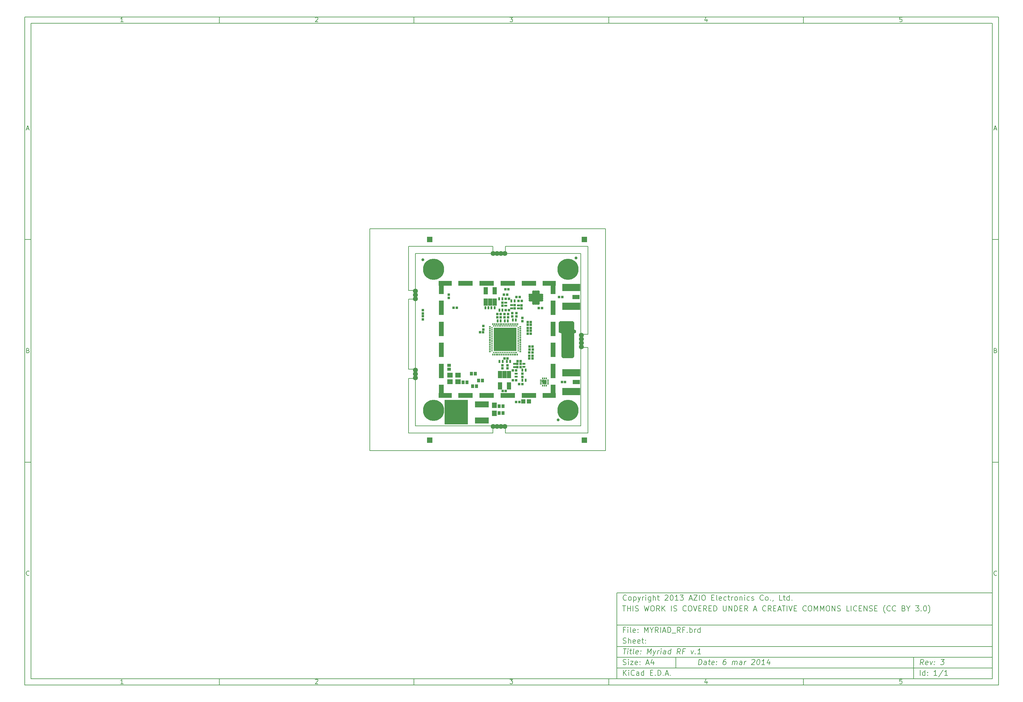
<source format=gts>
G04 (created by PCBNEW (2013-05-31 BZR 4019)-stable) date 06/03/2014 18:54:47*
%MOIN*%
G04 Gerber Fmt 3.4, Leading zero omitted, Abs format*
%FSLAX34Y34*%
G01*
G70*
G90*
G04 APERTURE LIST*
%ADD10C,0.00590551*%
%ADD11C,0.0077*%
%ADD12C,0.0357*%
%ADD13C,0.0395*%
%ADD14C,0.0554*%
%ADD15R,0.0592X0.0592*%
%ADD16R,0.055X0.0588*%
%ADD17R,0.0588X0.055*%
%ADD18R,0.0273X0.0253*%
%ADD19R,0.0253X0.0273*%
%ADD20R,0.0337X0.0218*%
%ADD21R,0.0218X0.0337*%
%ADD22R,0.0353X0.0392*%
%ADD23R,0.0392X0.0353*%
%ADD24R,0.0273X0.0273*%
%ADD25C,0.2365*%
%ADD26R,0.1571X0.0704*%
%ADD27R,0.2594X0.2752*%
%ADD28R,0.0514X0.0514*%
%ADD29R,0.2049X0.0789*%
%ADD30R,0.0789X0.0475*%
%ADD31R,0.0453X0.0803*%
%ADD32R,0.0823X0.0823*%
%ADD33O,0.0271X0.0489*%
%ADD34O,0.0276X0.0489*%
%ADD35O,0.0272X0.0489*%
%ADD36O,0.0489X0.0272*%
%ADD37R,0.0489X0.0272*%
%ADD38O,0.0489X0.0276*%
%ADD39R,0.0235X0.0393*%
%ADD40R,0.0155X0.0155*%
%ADD41R,0.0155X0.0215*%
%ADD42R,0.0215X0.0155*%
%ADD43R,0.0357X0.0409*%
%ADD44R,0.022X0.0314*%
%ADD45R,0.0476X0.0295*%
%ADD46R,0.0527X0.0295*%
%ADD47R,0.0554X0.0295*%
%ADD48R,0.0759X0.0295*%
%ADD49R,0.0219X0.0295*%
%ADD50R,0.0219X0.0283*%
%ADD51R,0.022X0.0295*%
%ADD52R,0.0219X0.0371*%
%ADD53R,0.0219X0.0542*%
%ADD54R,0.0219X0.0504*%
%ADD55R,0.0219X0.0294*%
%ADD56R,0.0219X0.0409*%
%ADD57R,0.0219X0.058*%
%ADD58R,0.0219X0.0675*%
%ADD59R,0.0219X0.0789*%
%ADD60R,0.0219X0.0846*%
%ADD61R,0.0219X0.0903*%
%ADD62R,0.0219X0.0979*%
%ADD63R,0.0219X0.0485*%
%ADD64R,0.0219X0.0447*%
%ADD65R,0.0219X0.0428*%
%ADD66R,0.0219X0.039*%
%ADD67R,0.0219X0.0333*%
%ADD68R,0.0219X0.0276*%
%ADD69R,0.0219X0.0238*%
%ADD70R,0.0219X0.0637*%
%ADD71R,0.0219X0.0751*%
%ADD72R,0.0219X0.0314*%
%ADD73R,0.0219X0.0257*%
%ADD74R,0.022X0.034*%
%ADD75R,0.0219X0.0535*%
%ADD76R,0.0219X0.0352*%
%ADD77R,0.0219X0.0561*%
%ADD78R,0.0219X0.0599*%
%ADD79R,0.0219X0.0523*%
%ADD80R,0.0219X0.0466*%
%ADD81R,0.0791X0.0295*%
%ADD82R,0.0357X0.0295*%
%ADD83R,0.022X0.058*%
%ADD84R,0.0219X0.0618*%
%ADD85R,0.0495X0.0295*%
%ADD86R,0.0417X0.0295*%
%ADD87R,0.0924X0.0295*%
%ADD88R,0.0219X0.3981*%
%ADD89R,0.0129921X0.0248031*%
%ADD90R,0.0248031X0.0129921*%
%ADD91R,0.0464567X0.0464567*%
%ADD92C,0.0314961*%
%ADD93R,0.1649X0.0546*%
%ADD94R,0.1453X0.0546*%
%ADD95R,0.0546X0.1453*%
%ADD96R,0.0546X0.1649*%
%ADD97C,0.0039*%
G04 APERTURE END LIST*
G54D10*
X4000Y-4000D02*
X112930Y-4000D01*
X112930Y-78680D01*
X4000Y-78680D01*
X4000Y-4000D01*
X4700Y-4700D02*
X112230Y-4700D01*
X112230Y-77980D01*
X4700Y-77980D01*
X4700Y-4700D01*
X25780Y-4000D02*
X25780Y-4700D01*
X15032Y-4552D02*
X14747Y-4552D01*
X14890Y-4552D02*
X14890Y-4052D01*
X14842Y-4123D01*
X14794Y-4171D01*
X14747Y-4195D01*
X25780Y-78680D02*
X25780Y-77980D01*
X15032Y-78532D02*
X14747Y-78532D01*
X14890Y-78532D02*
X14890Y-78032D01*
X14842Y-78103D01*
X14794Y-78151D01*
X14747Y-78175D01*
X47560Y-4000D02*
X47560Y-4700D01*
X36527Y-4100D02*
X36550Y-4076D01*
X36598Y-4052D01*
X36717Y-4052D01*
X36765Y-4076D01*
X36789Y-4100D01*
X36812Y-4147D01*
X36812Y-4195D01*
X36789Y-4266D01*
X36503Y-4552D01*
X36812Y-4552D01*
X47560Y-78680D02*
X47560Y-77980D01*
X36527Y-78080D02*
X36550Y-78056D01*
X36598Y-78032D01*
X36717Y-78032D01*
X36765Y-78056D01*
X36789Y-78080D01*
X36812Y-78127D01*
X36812Y-78175D01*
X36789Y-78246D01*
X36503Y-78532D01*
X36812Y-78532D01*
X69340Y-4000D02*
X69340Y-4700D01*
X58283Y-4052D02*
X58592Y-4052D01*
X58426Y-4242D01*
X58497Y-4242D01*
X58545Y-4266D01*
X58569Y-4290D01*
X58592Y-4338D01*
X58592Y-4457D01*
X58569Y-4504D01*
X58545Y-4528D01*
X58497Y-4552D01*
X58354Y-4552D01*
X58307Y-4528D01*
X58283Y-4504D01*
X69340Y-78680D02*
X69340Y-77980D01*
X58283Y-78032D02*
X58592Y-78032D01*
X58426Y-78222D01*
X58497Y-78222D01*
X58545Y-78246D01*
X58569Y-78270D01*
X58592Y-78318D01*
X58592Y-78437D01*
X58569Y-78484D01*
X58545Y-78508D01*
X58497Y-78532D01*
X58354Y-78532D01*
X58307Y-78508D01*
X58283Y-78484D01*
X91120Y-4000D02*
X91120Y-4700D01*
X80325Y-4219D02*
X80325Y-4552D01*
X80206Y-4028D02*
X80087Y-4385D01*
X80396Y-4385D01*
X91120Y-78680D02*
X91120Y-77980D01*
X80325Y-78199D02*
X80325Y-78532D01*
X80206Y-78008D02*
X80087Y-78365D01*
X80396Y-78365D01*
X102129Y-4052D02*
X101890Y-4052D01*
X101867Y-4290D01*
X101890Y-4266D01*
X101938Y-4242D01*
X102057Y-4242D01*
X102105Y-4266D01*
X102129Y-4290D01*
X102152Y-4338D01*
X102152Y-4457D01*
X102129Y-4504D01*
X102105Y-4528D01*
X102057Y-4552D01*
X101938Y-4552D01*
X101890Y-4528D01*
X101867Y-4504D01*
X102129Y-78032D02*
X101890Y-78032D01*
X101867Y-78270D01*
X101890Y-78246D01*
X101938Y-78222D01*
X102057Y-78222D01*
X102105Y-78246D01*
X102129Y-78270D01*
X102152Y-78318D01*
X102152Y-78437D01*
X102129Y-78484D01*
X102105Y-78508D01*
X102057Y-78532D01*
X101938Y-78532D01*
X101890Y-78508D01*
X101867Y-78484D01*
X4000Y-28890D02*
X4700Y-28890D01*
X4230Y-16509D02*
X4469Y-16509D01*
X4183Y-16652D02*
X4350Y-16152D01*
X4516Y-16652D01*
X112930Y-28890D02*
X112230Y-28890D01*
X112460Y-16509D02*
X112699Y-16509D01*
X112413Y-16652D02*
X112580Y-16152D01*
X112746Y-16652D01*
X4000Y-53780D02*
X4700Y-53780D01*
X4385Y-41280D02*
X4457Y-41304D01*
X4480Y-41328D01*
X4504Y-41375D01*
X4504Y-41447D01*
X4480Y-41494D01*
X4457Y-41518D01*
X4409Y-41542D01*
X4219Y-41542D01*
X4219Y-41042D01*
X4385Y-41042D01*
X4433Y-41066D01*
X4457Y-41090D01*
X4480Y-41137D01*
X4480Y-41185D01*
X4457Y-41232D01*
X4433Y-41256D01*
X4385Y-41280D01*
X4219Y-41280D01*
X112930Y-53780D02*
X112230Y-53780D01*
X112615Y-41280D02*
X112687Y-41304D01*
X112710Y-41328D01*
X112734Y-41375D01*
X112734Y-41447D01*
X112710Y-41494D01*
X112687Y-41518D01*
X112639Y-41542D01*
X112449Y-41542D01*
X112449Y-41042D01*
X112615Y-41042D01*
X112663Y-41066D01*
X112687Y-41090D01*
X112710Y-41137D01*
X112710Y-41185D01*
X112687Y-41232D01*
X112663Y-41256D01*
X112615Y-41280D01*
X112449Y-41280D01*
X4504Y-66384D02*
X4480Y-66408D01*
X4409Y-66432D01*
X4361Y-66432D01*
X4290Y-66408D01*
X4242Y-66360D01*
X4219Y-66313D01*
X4195Y-66218D01*
X4195Y-66146D01*
X4219Y-66051D01*
X4242Y-66003D01*
X4290Y-65956D01*
X4361Y-65932D01*
X4409Y-65932D01*
X4480Y-65956D01*
X4504Y-65980D01*
X112734Y-66384D02*
X112710Y-66408D01*
X112639Y-66432D01*
X112591Y-66432D01*
X112520Y-66408D01*
X112472Y-66360D01*
X112449Y-66313D01*
X112425Y-66218D01*
X112425Y-66146D01*
X112449Y-66051D01*
X112472Y-66003D01*
X112520Y-65956D01*
X112591Y-65932D01*
X112639Y-65932D01*
X112710Y-65956D01*
X112734Y-65980D01*
X79380Y-76422D02*
X79455Y-75822D01*
X79597Y-75822D01*
X79680Y-75851D01*
X79730Y-75908D01*
X79751Y-75965D01*
X79765Y-76080D01*
X79755Y-76165D01*
X79712Y-76280D01*
X79676Y-76337D01*
X79612Y-76394D01*
X79522Y-76422D01*
X79380Y-76422D01*
X80237Y-76422D02*
X80276Y-76108D01*
X80255Y-76051D01*
X80201Y-76022D01*
X80087Y-76022D01*
X80026Y-76051D01*
X80240Y-76394D02*
X80180Y-76422D01*
X80037Y-76422D01*
X79983Y-76394D01*
X79962Y-76337D01*
X79969Y-76280D01*
X80005Y-76222D01*
X80065Y-76194D01*
X80208Y-76194D01*
X80269Y-76165D01*
X80487Y-76022D02*
X80715Y-76022D01*
X80597Y-75822D02*
X80533Y-76337D01*
X80555Y-76394D01*
X80608Y-76422D01*
X80665Y-76422D01*
X81097Y-76394D02*
X81037Y-76422D01*
X80922Y-76422D01*
X80869Y-76394D01*
X80847Y-76337D01*
X80876Y-76108D01*
X80912Y-76051D01*
X80972Y-76022D01*
X81087Y-76022D01*
X81140Y-76051D01*
X81162Y-76108D01*
X81155Y-76165D01*
X80862Y-76222D01*
X81387Y-76365D02*
X81412Y-76394D01*
X81380Y-76422D01*
X81355Y-76394D01*
X81387Y-76365D01*
X81380Y-76422D01*
X81426Y-76051D02*
X81451Y-76080D01*
X81419Y-76108D01*
X81394Y-76080D01*
X81426Y-76051D01*
X81419Y-76108D01*
X82455Y-75822D02*
X82340Y-75822D01*
X82279Y-75851D01*
X82247Y-75880D01*
X82180Y-75965D01*
X82137Y-76080D01*
X82108Y-76308D01*
X82130Y-76365D01*
X82155Y-76394D01*
X82208Y-76422D01*
X82322Y-76422D01*
X82383Y-76394D01*
X82415Y-76365D01*
X82451Y-76308D01*
X82469Y-76165D01*
X82447Y-76108D01*
X82422Y-76080D01*
X82369Y-76051D01*
X82254Y-76051D01*
X82194Y-76080D01*
X82162Y-76108D01*
X82126Y-76165D01*
X83151Y-76422D02*
X83201Y-76022D01*
X83194Y-76080D02*
X83226Y-76051D01*
X83287Y-76022D01*
X83372Y-76022D01*
X83426Y-76051D01*
X83447Y-76108D01*
X83408Y-76422D01*
X83447Y-76108D02*
X83483Y-76051D01*
X83544Y-76022D01*
X83630Y-76022D01*
X83683Y-76051D01*
X83705Y-76108D01*
X83665Y-76422D01*
X84208Y-76422D02*
X84247Y-76108D01*
X84226Y-76051D01*
X84172Y-76022D01*
X84058Y-76022D01*
X83997Y-76051D01*
X84212Y-76394D02*
X84151Y-76422D01*
X84008Y-76422D01*
X83955Y-76394D01*
X83933Y-76337D01*
X83940Y-76280D01*
X83976Y-76222D01*
X84037Y-76194D01*
X84180Y-76194D01*
X84240Y-76165D01*
X84494Y-76422D02*
X84544Y-76022D01*
X84530Y-76137D02*
X84565Y-76080D01*
X84597Y-76051D01*
X84658Y-76022D01*
X84715Y-76022D01*
X85362Y-75880D02*
X85394Y-75851D01*
X85455Y-75822D01*
X85597Y-75822D01*
X85651Y-75851D01*
X85676Y-75880D01*
X85697Y-75937D01*
X85690Y-75994D01*
X85651Y-76080D01*
X85265Y-76422D01*
X85637Y-76422D01*
X86083Y-75822D02*
X86140Y-75822D01*
X86194Y-75851D01*
X86219Y-75880D01*
X86240Y-75937D01*
X86255Y-76051D01*
X86237Y-76194D01*
X86194Y-76308D01*
X86158Y-76365D01*
X86126Y-76394D01*
X86065Y-76422D01*
X86008Y-76422D01*
X85955Y-76394D01*
X85930Y-76365D01*
X85908Y-76308D01*
X85894Y-76194D01*
X85912Y-76051D01*
X85955Y-75937D01*
X85990Y-75880D01*
X86022Y-75851D01*
X86083Y-75822D01*
X86780Y-76422D02*
X86437Y-76422D01*
X86608Y-76422D02*
X86683Y-75822D01*
X86615Y-75908D01*
X86551Y-75965D01*
X86490Y-75994D01*
X87344Y-76022D02*
X87294Y-76422D01*
X87230Y-75794D02*
X87033Y-76222D01*
X87405Y-76222D01*
X70972Y-77622D02*
X70972Y-77022D01*
X71315Y-77622D02*
X71058Y-77280D01*
X71315Y-77022D02*
X70972Y-77365D01*
X71572Y-77622D02*
X71572Y-77222D01*
X71572Y-77022D02*
X71544Y-77051D01*
X71572Y-77080D01*
X71601Y-77051D01*
X71572Y-77022D01*
X71572Y-77080D01*
X72201Y-77565D02*
X72172Y-77594D01*
X72087Y-77622D01*
X72030Y-77622D01*
X71944Y-77594D01*
X71887Y-77537D01*
X71858Y-77480D01*
X71830Y-77365D01*
X71830Y-77280D01*
X71858Y-77165D01*
X71887Y-77108D01*
X71944Y-77051D01*
X72030Y-77022D01*
X72087Y-77022D01*
X72172Y-77051D01*
X72201Y-77080D01*
X72715Y-77622D02*
X72715Y-77308D01*
X72687Y-77251D01*
X72630Y-77222D01*
X72515Y-77222D01*
X72458Y-77251D01*
X72715Y-77594D02*
X72658Y-77622D01*
X72515Y-77622D01*
X72458Y-77594D01*
X72430Y-77537D01*
X72430Y-77480D01*
X72458Y-77422D01*
X72515Y-77394D01*
X72658Y-77394D01*
X72715Y-77365D01*
X73258Y-77622D02*
X73258Y-77022D01*
X73258Y-77594D02*
X73201Y-77622D01*
X73087Y-77622D01*
X73030Y-77594D01*
X73001Y-77565D01*
X72972Y-77508D01*
X72972Y-77337D01*
X73001Y-77280D01*
X73030Y-77251D01*
X73087Y-77222D01*
X73201Y-77222D01*
X73258Y-77251D01*
X74001Y-77308D02*
X74201Y-77308D01*
X74287Y-77622D02*
X74001Y-77622D01*
X74001Y-77022D01*
X74287Y-77022D01*
X74544Y-77565D02*
X74572Y-77594D01*
X74544Y-77622D01*
X74515Y-77594D01*
X74544Y-77565D01*
X74544Y-77622D01*
X74829Y-77622D02*
X74829Y-77022D01*
X74972Y-77022D01*
X75058Y-77051D01*
X75115Y-77108D01*
X75144Y-77165D01*
X75172Y-77280D01*
X75172Y-77365D01*
X75144Y-77480D01*
X75115Y-77537D01*
X75058Y-77594D01*
X74972Y-77622D01*
X74829Y-77622D01*
X75429Y-77565D02*
X75458Y-77594D01*
X75429Y-77622D01*
X75401Y-77594D01*
X75429Y-77565D01*
X75429Y-77622D01*
X75687Y-77451D02*
X75972Y-77451D01*
X75629Y-77622D02*
X75829Y-77022D01*
X76029Y-77622D01*
X76229Y-77565D02*
X76258Y-77594D01*
X76229Y-77622D01*
X76201Y-77594D01*
X76229Y-77565D01*
X76229Y-77622D01*
X104522Y-76422D02*
X104358Y-76137D01*
X104180Y-76422D02*
X104255Y-75822D01*
X104483Y-75822D01*
X104537Y-75851D01*
X104562Y-75880D01*
X104583Y-75937D01*
X104572Y-76022D01*
X104537Y-76080D01*
X104505Y-76108D01*
X104444Y-76137D01*
X104215Y-76137D01*
X105012Y-76394D02*
X104951Y-76422D01*
X104837Y-76422D01*
X104783Y-76394D01*
X104762Y-76337D01*
X104790Y-76108D01*
X104826Y-76051D01*
X104887Y-76022D01*
X105001Y-76022D01*
X105055Y-76051D01*
X105076Y-76108D01*
X105069Y-76165D01*
X104776Y-76222D01*
X105287Y-76022D02*
X105380Y-76422D01*
X105572Y-76022D01*
X105758Y-76365D02*
X105783Y-76394D01*
X105751Y-76422D01*
X105726Y-76394D01*
X105758Y-76365D01*
X105751Y-76422D01*
X105797Y-76051D02*
X105822Y-76080D01*
X105790Y-76108D01*
X105765Y-76080D01*
X105797Y-76051D01*
X105790Y-76108D01*
X106512Y-75822D02*
X106883Y-75822D01*
X106655Y-76051D01*
X106740Y-76051D01*
X106794Y-76080D01*
X106819Y-76108D01*
X106840Y-76165D01*
X106822Y-76308D01*
X106787Y-76365D01*
X106755Y-76394D01*
X106694Y-76422D01*
X106522Y-76422D01*
X106469Y-76394D01*
X106444Y-76365D01*
X70944Y-76394D02*
X71030Y-76422D01*
X71172Y-76422D01*
X71230Y-76394D01*
X71258Y-76365D01*
X71287Y-76308D01*
X71287Y-76251D01*
X71258Y-76194D01*
X71230Y-76165D01*
X71172Y-76137D01*
X71058Y-76108D01*
X71001Y-76080D01*
X70972Y-76051D01*
X70944Y-75994D01*
X70944Y-75937D01*
X70972Y-75880D01*
X71001Y-75851D01*
X71058Y-75822D01*
X71201Y-75822D01*
X71287Y-75851D01*
X71544Y-76422D02*
X71544Y-76022D01*
X71544Y-75822D02*
X71515Y-75851D01*
X71544Y-75880D01*
X71572Y-75851D01*
X71544Y-75822D01*
X71544Y-75880D01*
X71772Y-76022D02*
X72087Y-76022D01*
X71772Y-76422D01*
X72087Y-76422D01*
X72544Y-76394D02*
X72487Y-76422D01*
X72372Y-76422D01*
X72315Y-76394D01*
X72287Y-76337D01*
X72287Y-76108D01*
X72315Y-76051D01*
X72372Y-76022D01*
X72487Y-76022D01*
X72544Y-76051D01*
X72572Y-76108D01*
X72572Y-76165D01*
X72287Y-76222D01*
X72830Y-76365D02*
X72858Y-76394D01*
X72830Y-76422D01*
X72801Y-76394D01*
X72830Y-76365D01*
X72830Y-76422D01*
X72830Y-76051D02*
X72858Y-76080D01*
X72830Y-76108D01*
X72801Y-76080D01*
X72830Y-76051D01*
X72830Y-76108D01*
X73544Y-76251D02*
X73830Y-76251D01*
X73487Y-76422D02*
X73687Y-75822D01*
X73887Y-76422D01*
X74344Y-76022D02*
X74344Y-76422D01*
X74201Y-75794D02*
X74058Y-76222D01*
X74430Y-76222D01*
X104172Y-77622D02*
X104172Y-77022D01*
X104715Y-77622D02*
X104715Y-77022D01*
X104715Y-77594D02*
X104658Y-77622D01*
X104544Y-77622D01*
X104487Y-77594D01*
X104458Y-77565D01*
X104430Y-77508D01*
X104430Y-77337D01*
X104458Y-77280D01*
X104487Y-77251D01*
X104544Y-77222D01*
X104658Y-77222D01*
X104715Y-77251D01*
X105001Y-77565D02*
X105030Y-77594D01*
X105001Y-77622D01*
X104972Y-77594D01*
X105001Y-77565D01*
X105001Y-77622D01*
X105001Y-77251D02*
X105030Y-77280D01*
X105001Y-77308D01*
X104972Y-77280D01*
X105001Y-77251D01*
X105001Y-77308D01*
X106058Y-77622D02*
X105715Y-77622D01*
X105887Y-77622D02*
X105887Y-77022D01*
X105829Y-77108D01*
X105772Y-77165D01*
X105715Y-77194D01*
X106744Y-76994D02*
X106230Y-77765D01*
X107258Y-77622D02*
X106915Y-77622D01*
X107087Y-77622D02*
X107087Y-77022D01*
X107029Y-77108D01*
X106972Y-77165D01*
X106915Y-77194D01*
X70969Y-74622D02*
X71312Y-74622D01*
X71065Y-75222D02*
X71140Y-74622D01*
X71437Y-75222D02*
X71487Y-74822D01*
X71512Y-74622D02*
X71480Y-74651D01*
X71505Y-74680D01*
X71537Y-74651D01*
X71512Y-74622D01*
X71505Y-74680D01*
X71687Y-74822D02*
X71915Y-74822D01*
X71797Y-74622D02*
X71733Y-75137D01*
X71755Y-75194D01*
X71808Y-75222D01*
X71865Y-75222D01*
X72151Y-75222D02*
X72097Y-75194D01*
X72076Y-75137D01*
X72140Y-74622D01*
X72612Y-75194D02*
X72551Y-75222D01*
X72437Y-75222D01*
X72383Y-75194D01*
X72362Y-75137D01*
X72390Y-74908D01*
X72426Y-74851D01*
X72487Y-74822D01*
X72601Y-74822D01*
X72655Y-74851D01*
X72676Y-74908D01*
X72669Y-74965D01*
X72376Y-75022D01*
X72901Y-75165D02*
X72926Y-75194D01*
X72894Y-75222D01*
X72869Y-75194D01*
X72901Y-75165D01*
X72894Y-75222D01*
X72940Y-74851D02*
X72965Y-74880D01*
X72933Y-74908D01*
X72908Y-74880D01*
X72940Y-74851D01*
X72933Y-74908D01*
X73637Y-75222D02*
X73712Y-74622D01*
X73858Y-75051D01*
X74112Y-74622D01*
X74037Y-75222D01*
X74315Y-74822D02*
X74408Y-75222D01*
X74601Y-74822D02*
X74408Y-75222D01*
X74333Y-75365D01*
X74301Y-75394D01*
X74240Y-75422D01*
X74780Y-75222D02*
X74830Y-74822D01*
X74815Y-74937D02*
X74851Y-74880D01*
X74883Y-74851D01*
X74944Y-74822D01*
X75001Y-74822D01*
X75151Y-75222D02*
X75201Y-74822D01*
X75226Y-74622D02*
X75194Y-74651D01*
X75219Y-74680D01*
X75251Y-74651D01*
X75226Y-74622D01*
X75219Y-74680D01*
X75694Y-75222D02*
X75733Y-74908D01*
X75712Y-74851D01*
X75658Y-74822D01*
X75544Y-74822D01*
X75483Y-74851D01*
X75697Y-75194D02*
X75637Y-75222D01*
X75494Y-75222D01*
X75440Y-75194D01*
X75419Y-75137D01*
X75426Y-75080D01*
X75462Y-75022D01*
X75522Y-74994D01*
X75665Y-74994D01*
X75726Y-74965D01*
X76237Y-75222D02*
X76312Y-74622D01*
X76240Y-75194D02*
X76180Y-75222D01*
X76065Y-75222D01*
X76012Y-75194D01*
X75987Y-75165D01*
X75965Y-75108D01*
X75987Y-74937D01*
X76022Y-74880D01*
X76055Y-74851D01*
X76115Y-74822D01*
X76230Y-74822D01*
X76283Y-74851D01*
X77322Y-75222D02*
X77158Y-74937D01*
X76980Y-75222D02*
X77055Y-74622D01*
X77283Y-74622D01*
X77337Y-74651D01*
X77362Y-74680D01*
X77383Y-74737D01*
X77372Y-74822D01*
X77337Y-74880D01*
X77305Y-74908D01*
X77244Y-74937D01*
X77015Y-74937D01*
X77819Y-74908D02*
X77619Y-74908D01*
X77580Y-75222D02*
X77655Y-74622D01*
X77940Y-74622D01*
X78544Y-74822D02*
X78637Y-75222D01*
X78830Y-74822D01*
X79015Y-75165D02*
X79040Y-75194D01*
X79008Y-75222D01*
X78983Y-75194D01*
X79015Y-75165D01*
X79008Y-75222D01*
X79608Y-75222D02*
X79265Y-75222D01*
X79437Y-75222D02*
X79512Y-74622D01*
X79444Y-74708D01*
X79380Y-74765D01*
X79319Y-74794D01*
X71172Y-72508D02*
X70972Y-72508D01*
X70972Y-72822D02*
X70972Y-72222D01*
X71258Y-72222D01*
X71487Y-72822D02*
X71487Y-72422D01*
X71487Y-72222D02*
X71458Y-72251D01*
X71487Y-72280D01*
X71515Y-72251D01*
X71487Y-72222D01*
X71487Y-72280D01*
X71858Y-72822D02*
X71801Y-72794D01*
X71772Y-72737D01*
X71772Y-72222D01*
X72315Y-72794D02*
X72258Y-72822D01*
X72144Y-72822D01*
X72087Y-72794D01*
X72058Y-72737D01*
X72058Y-72508D01*
X72087Y-72451D01*
X72144Y-72422D01*
X72258Y-72422D01*
X72315Y-72451D01*
X72344Y-72508D01*
X72344Y-72565D01*
X72058Y-72622D01*
X72601Y-72765D02*
X72630Y-72794D01*
X72601Y-72822D01*
X72572Y-72794D01*
X72601Y-72765D01*
X72601Y-72822D01*
X72601Y-72451D02*
X72630Y-72480D01*
X72601Y-72508D01*
X72572Y-72480D01*
X72601Y-72451D01*
X72601Y-72508D01*
X73344Y-72822D02*
X73344Y-72222D01*
X73544Y-72651D01*
X73744Y-72222D01*
X73744Y-72822D01*
X74144Y-72537D02*
X74144Y-72822D01*
X73944Y-72222D02*
X74144Y-72537D01*
X74344Y-72222D01*
X74887Y-72822D02*
X74687Y-72537D01*
X74544Y-72822D02*
X74544Y-72222D01*
X74772Y-72222D01*
X74830Y-72251D01*
X74858Y-72280D01*
X74887Y-72337D01*
X74887Y-72422D01*
X74858Y-72480D01*
X74830Y-72508D01*
X74772Y-72537D01*
X74544Y-72537D01*
X75144Y-72822D02*
X75144Y-72222D01*
X75401Y-72651D02*
X75687Y-72651D01*
X75344Y-72822D02*
X75544Y-72222D01*
X75744Y-72822D01*
X75944Y-72822D02*
X75944Y-72222D01*
X76087Y-72222D01*
X76172Y-72251D01*
X76230Y-72308D01*
X76258Y-72365D01*
X76287Y-72480D01*
X76287Y-72565D01*
X76258Y-72680D01*
X76230Y-72737D01*
X76172Y-72794D01*
X76087Y-72822D01*
X75944Y-72822D01*
X76401Y-72880D02*
X76858Y-72880D01*
X77344Y-72822D02*
X77144Y-72537D01*
X77001Y-72822D02*
X77001Y-72222D01*
X77230Y-72222D01*
X77287Y-72251D01*
X77315Y-72280D01*
X77344Y-72337D01*
X77344Y-72422D01*
X77315Y-72480D01*
X77287Y-72508D01*
X77230Y-72537D01*
X77001Y-72537D01*
X77801Y-72508D02*
X77601Y-72508D01*
X77601Y-72822D02*
X77601Y-72222D01*
X77887Y-72222D01*
X78115Y-72765D02*
X78144Y-72794D01*
X78115Y-72822D01*
X78087Y-72794D01*
X78115Y-72765D01*
X78115Y-72822D01*
X78401Y-72822D02*
X78401Y-72222D01*
X78401Y-72451D02*
X78458Y-72422D01*
X78572Y-72422D01*
X78630Y-72451D01*
X78658Y-72480D01*
X78687Y-72537D01*
X78687Y-72708D01*
X78658Y-72765D01*
X78630Y-72794D01*
X78572Y-72822D01*
X78458Y-72822D01*
X78401Y-72794D01*
X78944Y-72822D02*
X78944Y-72422D01*
X78944Y-72537D02*
X78972Y-72480D01*
X79001Y-72451D01*
X79058Y-72422D01*
X79115Y-72422D01*
X79572Y-72822D02*
X79572Y-72222D01*
X79572Y-72794D02*
X79515Y-72822D01*
X79401Y-72822D01*
X79344Y-72794D01*
X79315Y-72765D01*
X79287Y-72708D01*
X79287Y-72537D01*
X79315Y-72480D01*
X79344Y-72451D01*
X79401Y-72422D01*
X79515Y-72422D01*
X79572Y-72451D01*
X70944Y-73994D02*
X71030Y-74022D01*
X71172Y-74022D01*
X71230Y-73994D01*
X71258Y-73965D01*
X71287Y-73908D01*
X71287Y-73851D01*
X71258Y-73794D01*
X71230Y-73765D01*
X71172Y-73737D01*
X71058Y-73708D01*
X71001Y-73680D01*
X70972Y-73651D01*
X70944Y-73594D01*
X70944Y-73537D01*
X70972Y-73480D01*
X71001Y-73451D01*
X71058Y-73422D01*
X71201Y-73422D01*
X71287Y-73451D01*
X71544Y-74022D02*
X71544Y-73422D01*
X71801Y-74022D02*
X71801Y-73708D01*
X71772Y-73651D01*
X71715Y-73622D01*
X71630Y-73622D01*
X71572Y-73651D01*
X71544Y-73680D01*
X72315Y-73994D02*
X72258Y-74022D01*
X72144Y-74022D01*
X72087Y-73994D01*
X72058Y-73937D01*
X72058Y-73708D01*
X72087Y-73651D01*
X72144Y-73622D01*
X72258Y-73622D01*
X72315Y-73651D01*
X72344Y-73708D01*
X72344Y-73765D01*
X72058Y-73822D01*
X72830Y-73994D02*
X72772Y-74022D01*
X72658Y-74022D01*
X72601Y-73994D01*
X72572Y-73937D01*
X72572Y-73708D01*
X72601Y-73651D01*
X72658Y-73622D01*
X72772Y-73622D01*
X72830Y-73651D01*
X72858Y-73708D01*
X72858Y-73765D01*
X72572Y-73822D01*
X73030Y-73622D02*
X73258Y-73622D01*
X73115Y-73422D02*
X73115Y-73937D01*
X73144Y-73994D01*
X73201Y-74022D01*
X73258Y-74022D01*
X73458Y-73965D02*
X73487Y-73994D01*
X73458Y-74022D01*
X73430Y-73994D01*
X73458Y-73965D01*
X73458Y-74022D01*
X73458Y-73651D02*
X73487Y-73680D01*
X73458Y-73708D01*
X73430Y-73680D01*
X73458Y-73651D01*
X73458Y-73708D01*
X70887Y-69822D02*
X71230Y-69822D01*
X71058Y-70422D02*
X71058Y-69822D01*
X71430Y-70422D02*
X71430Y-69822D01*
X71430Y-70108D02*
X71772Y-70108D01*
X71772Y-70422D02*
X71772Y-69822D01*
X72058Y-70422D02*
X72058Y-69822D01*
X72315Y-70394D02*
X72401Y-70422D01*
X72544Y-70422D01*
X72601Y-70394D01*
X72629Y-70365D01*
X72658Y-70308D01*
X72658Y-70251D01*
X72629Y-70194D01*
X72601Y-70165D01*
X72544Y-70137D01*
X72429Y-70108D01*
X72372Y-70080D01*
X72344Y-70051D01*
X72315Y-69994D01*
X72315Y-69937D01*
X72344Y-69880D01*
X72372Y-69851D01*
X72429Y-69822D01*
X72572Y-69822D01*
X72658Y-69851D01*
X73315Y-69822D02*
X73458Y-70422D01*
X73572Y-69994D01*
X73687Y-70422D01*
X73830Y-69822D01*
X74172Y-69822D02*
X74287Y-69822D01*
X74344Y-69851D01*
X74401Y-69908D01*
X74430Y-70022D01*
X74430Y-70222D01*
X74401Y-70337D01*
X74344Y-70394D01*
X74287Y-70422D01*
X74172Y-70422D01*
X74115Y-70394D01*
X74058Y-70337D01*
X74030Y-70222D01*
X74030Y-70022D01*
X74058Y-69908D01*
X74115Y-69851D01*
X74172Y-69822D01*
X75029Y-70422D02*
X74829Y-70137D01*
X74687Y-70422D02*
X74687Y-69822D01*
X74915Y-69822D01*
X74972Y-69851D01*
X75001Y-69880D01*
X75029Y-69937D01*
X75029Y-70022D01*
X75001Y-70080D01*
X74972Y-70108D01*
X74915Y-70137D01*
X74687Y-70137D01*
X75287Y-70422D02*
X75287Y-69822D01*
X75629Y-70422D02*
X75372Y-70080D01*
X75629Y-69822D02*
X75287Y-70165D01*
X76344Y-70422D02*
X76344Y-69822D01*
X76601Y-70394D02*
X76687Y-70422D01*
X76829Y-70422D01*
X76887Y-70394D01*
X76915Y-70365D01*
X76944Y-70308D01*
X76944Y-70251D01*
X76915Y-70194D01*
X76887Y-70165D01*
X76829Y-70137D01*
X76715Y-70108D01*
X76658Y-70080D01*
X76629Y-70051D01*
X76601Y-69994D01*
X76601Y-69937D01*
X76629Y-69880D01*
X76658Y-69851D01*
X76715Y-69822D01*
X76858Y-69822D01*
X76944Y-69851D01*
X78001Y-70365D02*
X77972Y-70394D01*
X77887Y-70422D01*
X77830Y-70422D01*
X77744Y-70394D01*
X77687Y-70337D01*
X77658Y-70280D01*
X77630Y-70165D01*
X77630Y-70080D01*
X77658Y-69965D01*
X77687Y-69908D01*
X77744Y-69851D01*
X77830Y-69822D01*
X77887Y-69822D01*
X77972Y-69851D01*
X78001Y-69880D01*
X78372Y-69822D02*
X78487Y-69822D01*
X78544Y-69851D01*
X78601Y-69908D01*
X78630Y-70022D01*
X78630Y-70222D01*
X78601Y-70337D01*
X78544Y-70394D01*
X78487Y-70422D01*
X78372Y-70422D01*
X78315Y-70394D01*
X78258Y-70337D01*
X78230Y-70222D01*
X78230Y-70022D01*
X78258Y-69908D01*
X78315Y-69851D01*
X78372Y-69822D01*
X78801Y-69822D02*
X79001Y-70422D01*
X79201Y-69822D01*
X79401Y-70108D02*
X79601Y-70108D01*
X79687Y-70422D02*
X79401Y-70422D01*
X79401Y-69822D01*
X79687Y-69822D01*
X80287Y-70422D02*
X80087Y-70137D01*
X79944Y-70422D02*
X79944Y-69822D01*
X80172Y-69822D01*
X80229Y-69851D01*
X80258Y-69880D01*
X80287Y-69937D01*
X80287Y-70022D01*
X80258Y-70080D01*
X80229Y-70108D01*
X80172Y-70137D01*
X79944Y-70137D01*
X80544Y-70108D02*
X80744Y-70108D01*
X80829Y-70422D02*
X80544Y-70422D01*
X80544Y-69822D01*
X80829Y-69822D01*
X81087Y-70422D02*
X81087Y-69822D01*
X81229Y-69822D01*
X81315Y-69851D01*
X81372Y-69908D01*
X81401Y-69965D01*
X81429Y-70080D01*
X81429Y-70165D01*
X81401Y-70280D01*
X81372Y-70337D01*
X81315Y-70394D01*
X81229Y-70422D01*
X81087Y-70422D01*
X82144Y-69822D02*
X82144Y-70308D01*
X82172Y-70365D01*
X82201Y-70394D01*
X82258Y-70422D01*
X82372Y-70422D01*
X82429Y-70394D01*
X82458Y-70365D01*
X82487Y-70308D01*
X82487Y-69822D01*
X82772Y-70422D02*
X82772Y-69822D01*
X83115Y-70422D01*
X83115Y-69822D01*
X83401Y-70422D02*
X83401Y-69822D01*
X83544Y-69822D01*
X83629Y-69851D01*
X83687Y-69908D01*
X83715Y-69965D01*
X83744Y-70080D01*
X83744Y-70165D01*
X83715Y-70280D01*
X83687Y-70337D01*
X83629Y-70394D01*
X83544Y-70422D01*
X83401Y-70422D01*
X84001Y-70108D02*
X84201Y-70108D01*
X84287Y-70422D02*
X84001Y-70422D01*
X84001Y-69822D01*
X84287Y-69822D01*
X84887Y-70422D02*
X84687Y-70137D01*
X84544Y-70422D02*
X84544Y-69822D01*
X84772Y-69822D01*
X84829Y-69851D01*
X84858Y-69880D01*
X84887Y-69937D01*
X84887Y-70022D01*
X84858Y-70080D01*
X84829Y-70108D01*
X84772Y-70137D01*
X84544Y-70137D01*
X85572Y-70251D02*
X85858Y-70251D01*
X85515Y-70422D02*
X85715Y-69822D01*
X85915Y-70422D01*
X86915Y-70365D02*
X86887Y-70394D01*
X86801Y-70422D01*
X86744Y-70422D01*
X86658Y-70394D01*
X86601Y-70337D01*
X86572Y-70280D01*
X86544Y-70165D01*
X86544Y-70080D01*
X86572Y-69965D01*
X86601Y-69908D01*
X86658Y-69851D01*
X86744Y-69822D01*
X86801Y-69822D01*
X86887Y-69851D01*
X86915Y-69880D01*
X87515Y-70422D02*
X87315Y-70137D01*
X87172Y-70422D02*
X87172Y-69822D01*
X87401Y-69822D01*
X87458Y-69851D01*
X87487Y-69880D01*
X87515Y-69937D01*
X87515Y-70022D01*
X87487Y-70080D01*
X87458Y-70108D01*
X87401Y-70137D01*
X87172Y-70137D01*
X87772Y-70108D02*
X87972Y-70108D01*
X88058Y-70422D02*
X87772Y-70422D01*
X87772Y-69822D01*
X88058Y-69822D01*
X88287Y-70251D02*
X88572Y-70251D01*
X88229Y-70422D02*
X88429Y-69822D01*
X88629Y-70422D01*
X88744Y-69822D02*
X89087Y-69822D01*
X88915Y-70422D02*
X88915Y-69822D01*
X89287Y-70422D02*
X89287Y-69822D01*
X89487Y-69822D02*
X89687Y-70422D01*
X89887Y-69822D01*
X90087Y-70108D02*
X90287Y-70108D01*
X90372Y-70422D02*
X90087Y-70422D01*
X90087Y-69822D01*
X90372Y-69822D01*
X91429Y-70365D02*
X91401Y-70394D01*
X91315Y-70422D01*
X91258Y-70422D01*
X91172Y-70394D01*
X91115Y-70337D01*
X91087Y-70280D01*
X91058Y-70165D01*
X91058Y-70080D01*
X91087Y-69965D01*
X91115Y-69908D01*
X91172Y-69851D01*
X91258Y-69822D01*
X91315Y-69822D01*
X91401Y-69851D01*
X91429Y-69880D01*
X91801Y-69822D02*
X91915Y-69822D01*
X91972Y-69851D01*
X92029Y-69908D01*
X92058Y-70022D01*
X92058Y-70222D01*
X92029Y-70337D01*
X91972Y-70394D01*
X91915Y-70422D01*
X91801Y-70422D01*
X91744Y-70394D01*
X91687Y-70337D01*
X91658Y-70222D01*
X91658Y-70022D01*
X91687Y-69908D01*
X91744Y-69851D01*
X91801Y-69822D01*
X92315Y-70422D02*
X92315Y-69822D01*
X92515Y-70251D01*
X92715Y-69822D01*
X92715Y-70422D01*
X93001Y-70422D02*
X93001Y-69822D01*
X93201Y-70251D01*
X93401Y-69822D01*
X93401Y-70422D01*
X93801Y-69822D02*
X93915Y-69822D01*
X93972Y-69851D01*
X94029Y-69908D01*
X94058Y-70022D01*
X94058Y-70222D01*
X94029Y-70337D01*
X93972Y-70394D01*
X93915Y-70422D01*
X93801Y-70422D01*
X93744Y-70394D01*
X93687Y-70337D01*
X93658Y-70222D01*
X93658Y-70022D01*
X93687Y-69908D01*
X93744Y-69851D01*
X93801Y-69822D01*
X94315Y-70422D02*
X94315Y-69822D01*
X94658Y-70422D01*
X94658Y-69822D01*
X94915Y-70394D02*
X95001Y-70422D01*
X95144Y-70422D01*
X95201Y-70394D01*
X95229Y-70365D01*
X95258Y-70308D01*
X95258Y-70251D01*
X95229Y-70194D01*
X95201Y-70165D01*
X95144Y-70137D01*
X95029Y-70108D01*
X94972Y-70080D01*
X94944Y-70051D01*
X94915Y-69994D01*
X94915Y-69937D01*
X94944Y-69880D01*
X94972Y-69851D01*
X95029Y-69822D01*
X95172Y-69822D01*
X95258Y-69851D01*
X96258Y-70422D02*
X95972Y-70422D01*
X95972Y-69822D01*
X96458Y-70422D02*
X96458Y-69822D01*
X97087Y-70365D02*
X97058Y-70394D01*
X96972Y-70422D01*
X96915Y-70422D01*
X96829Y-70394D01*
X96772Y-70337D01*
X96744Y-70280D01*
X96715Y-70165D01*
X96715Y-70080D01*
X96744Y-69965D01*
X96772Y-69908D01*
X96829Y-69851D01*
X96915Y-69822D01*
X96972Y-69822D01*
X97058Y-69851D01*
X97087Y-69880D01*
X97344Y-70108D02*
X97544Y-70108D01*
X97629Y-70422D02*
X97344Y-70422D01*
X97344Y-69822D01*
X97629Y-69822D01*
X97887Y-70422D02*
X97887Y-69822D01*
X98229Y-70422D01*
X98229Y-69822D01*
X98487Y-70394D02*
X98572Y-70422D01*
X98715Y-70422D01*
X98772Y-70394D01*
X98801Y-70365D01*
X98829Y-70308D01*
X98829Y-70251D01*
X98801Y-70194D01*
X98772Y-70165D01*
X98715Y-70137D01*
X98601Y-70108D01*
X98544Y-70080D01*
X98515Y-70051D01*
X98487Y-69994D01*
X98487Y-69937D01*
X98515Y-69880D01*
X98544Y-69851D01*
X98601Y-69822D01*
X98744Y-69822D01*
X98829Y-69851D01*
X99087Y-70108D02*
X99287Y-70108D01*
X99372Y-70422D02*
X99087Y-70422D01*
X99087Y-69822D01*
X99372Y-69822D01*
X100258Y-70651D02*
X100229Y-70622D01*
X100172Y-70537D01*
X100144Y-70480D01*
X100115Y-70394D01*
X100087Y-70251D01*
X100087Y-70137D01*
X100115Y-69994D01*
X100144Y-69908D01*
X100172Y-69851D01*
X100229Y-69765D01*
X100258Y-69737D01*
X100829Y-70365D02*
X100801Y-70394D01*
X100715Y-70422D01*
X100658Y-70422D01*
X100572Y-70394D01*
X100515Y-70337D01*
X100487Y-70280D01*
X100458Y-70165D01*
X100458Y-70080D01*
X100487Y-69965D01*
X100515Y-69908D01*
X100572Y-69851D01*
X100658Y-69822D01*
X100715Y-69822D01*
X100801Y-69851D01*
X100829Y-69880D01*
X101429Y-70365D02*
X101401Y-70394D01*
X101315Y-70422D01*
X101258Y-70422D01*
X101172Y-70394D01*
X101115Y-70337D01*
X101087Y-70280D01*
X101058Y-70165D01*
X101058Y-70080D01*
X101087Y-69965D01*
X101115Y-69908D01*
X101172Y-69851D01*
X101258Y-69822D01*
X101315Y-69822D01*
X101401Y-69851D01*
X101429Y-69880D01*
X102344Y-70108D02*
X102429Y-70137D01*
X102458Y-70165D01*
X102487Y-70222D01*
X102487Y-70308D01*
X102458Y-70365D01*
X102429Y-70394D01*
X102372Y-70422D01*
X102144Y-70422D01*
X102144Y-69822D01*
X102344Y-69822D01*
X102401Y-69851D01*
X102429Y-69880D01*
X102458Y-69937D01*
X102458Y-69994D01*
X102429Y-70051D01*
X102401Y-70080D01*
X102344Y-70108D01*
X102144Y-70108D01*
X102858Y-70137D02*
X102858Y-70422D01*
X102658Y-69822D02*
X102858Y-70137D01*
X103058Y-69822D01*
X103658Y-69822D02*
X104029Y-69822D01*
X103829Y-70051D01*
X103915Y-70051D01*
X103972Y-70080D01*
X104001Y-70108D01*
X104029Y-70165D01*
X104029Y-70308D01*
X104001Y-70365D01*
X103972Y-70394D01*
X103915Y-70422D01*
X103744Y-70422D01*
X103687Y-70394D01*
X103658Y-70365D01*
X104287Y-70365D02*
X104315Y-70394D01*
X104287Y-70422D01*
X104258Y-70394D01*
X104287Y-70365D01*
X104287Y-70422D01*
X104687Y-69822D02*
X104744Y-69822D01*
X104801Y-69851D01*
X104829Y-69880D01*
X104858Y-69937D01*
X104887Y-70051D01*
X104887Y-70194D01*
X104858Y-70308D01*
X104829Y-70365D01*
X104801Y-70394D01*
X104744Y-70422D01*
X104687Y-70422D01*
X104629Y-70394D01*
X104601Y-70365D01*
X104572Y-70308D01*
X104544Y-70194D01*
X104544Y-70051D01*
X104572Y-69937D01*
X104601Y-69880D01*
X104629Y-69851D01*
X104687Y-69822D01*
X105087Y-70651D02*
X105115Y-70622D01*
X105172Y-70537D01*
X105201Y-70480D01*
X105229Y-70394D01*
X105258Y-70251D01*
X105258Y-70137D01*
X105229Y-69994D01*
X105201Y-69908D01*
X105172Y-69851D01*
X105115Y-69765D01*
X105087Y-69737D01*
X71315Y-69165D02*
X71287Y-69194D01*
X71201Y-69222D01*
X71144Y-69222D01*
X71058Y-69194D01*
X71001Y-69137D01*
X70972Y-69080D01*
X70944Y-68965D01*
X70944Y-68880D01*
X70972Y-68765D01*
X71001Y-68708D01*
X71058Y-68651D01*
X71144Y-68622D01*
X71201Y-68622D01*
X71287Y-68651D01*
X71315Y-68680D01*
X71658Y-69222D02*
X71601Y-69194D01*
X71572Y-69165D01*
X71544Y-69108D01*
X71544Y-68937D01*
X71572Y-68880D01*
X71601Y-68851D01*
X71658Y-68822D01*
X71744Y-68822D01*
X71801Y-68851D01*
X71830Y-68880D01*
X71858Y-68937D01*
X71858Y-69108D01*
X71830Y-69165D01*
X71801Y-69194D01*
X71744Y-69222D01*
X71658Y-69222D01*
X72115Y-68822D02*
X72115Y-69422D01*
X72115Y-68851D02*
X72172Y-68822D01*
X72287Y-68822D01*
X72344Y-68851D01*
X72372Y-68880D01*
X72401Y-68937D01*
X72401Y-69108D01*
X72372Y-69165D01*
X72344Y-69194D01*
X72287Y-69222D01*
X72172Y-69222D01*
X72115Y-69194D01*
X72601Y-68822D02*
X72744Y-69222D01*
X72887Y-68822D02*
X72744Y-69222D01*
X72687Y-69365D01*
X72658Y-69394D01*
X72601Y-69422D01*
X73115Y-69222D02*
X73115Y-68822D01*
X73115Y-68937D02*
X73144Y-68880D01*
X73172Y-68851D01*
X73230Y-68822D01*
X73287Y-68822D01*
X73487Y-69222D02*
X73487Y-68822D01*
X73487Y-68622D02*
X73458Y-68651D01*
X73487Y-68680D01*
X73515Y-68651D01*
X73487Y-68622D01*
X73487Y-68680D01*
X74030Y-68822D02*
X74030Y-69308D01*
X74001Y-69365D01*
X73972Y-69394D01*
X73915Y-69422D01*
X73830Y-69422D01*
X73772Y-69394D01*
X74030Y-69194D02*
X73972Y-69222D01*
X73858Y-69222D01*
X73801Y-69194D01*
X73772Y-69165D01*
X73744Y-69108D01*
X73744Y-68937D01*
X73772Y-68880D01*
X73801Y-68851D01*
X73858Y-68822D01*
X73972Y-68822D01*
X74030Y-68851D01*
X74315Y-69222D02*
X74315Y-68622D01*
X74572Y-69222D02*
X74572Y-68908D01*
X74544Y-68851D01*
X74487Y-68822D01*
X74401Y-68822D01*
X74344Y-68851D01*
X74315Y-68880D01*
X74772Y-68822D02*
X75001Y-68822D01*
X74858Y-68622D02*
X74858Y-69137D01*
X74887Y-69194D01*
X74944Y-69222D01*
X75001Y-69222D01*
X75630Y-68680D02*
X75658Y-68651D01*
X75715Y-68622D01*
X75858Y-68622D01*
X75915Y-68651D01*
X75944Y-68680D01*
X75972Y-68737D01*
X75972Y-68794D01*
X75944Y-68880D01*
X75601Y-69222D01*
X75972Y-69222D01*
X76344Y-68622D02*
X76401Y-68622D01*
X76458Y-68651D01*
X76487Y-68680D01*
X76515Y-68737D01*
X76544Y-68851D01*
X76544Y-68994D01*
X76515Y-69108D01*
X76487Y-69165D01*
X76458Y-69194D01*
X76401Y-69222D01*
X76344Y-69222D01*
X76287Y-69194D01*
X76258Y-69165D01*
X76230Y-69108D01*
X76201Y-68994D01*
X76201Y-68851D01*
X76230Y-68737D01*
X76258Y-68680D01*
X76287Y-68651D01*
X76344Y-68622D01*
X77115Y-69222D02*
X76772Y-69222D01*
X76944Y-69222D02*
X76944Y-68622D01*
X76887Y-68708D01*
X76830Y-68765D01*
X76772Y-68794D01*
X77315Y-68622D02*
X77687Y-68622D01*
X77487Y-68851D01*
X77572Y-68851D01*
X77630Y-68880D01*
X77658Y-68908D01*
X77687Y-68965D01*
X77687Y-69108D01*
X77658Y-69165D01*
X77630Y-69194D01*
X77572Y-69222D01*
X77401Y-69222D01*
X77344Y-69194D01*
X77315Y-69165D01*
X78372Y-69051D02*
X78658Y-69051D01*
X78315Y-69222D02*
X78515Y-68622D01*
X78715Y-69222D01*
X78858Y-68622D02*
X79258Y-68622D01*
X78858Y-69222D01*
X79258Y-69222D01*
X79487Y-69222D02*
X79487Y-68622D01*
X79887Y-68622D02*
X80001Y-68622D01*
X80058Y-68651D01*
X80115Y-68708D01*
X80144Y-68822D01*
X80144Y-69022D01*
X80115Y-69137D01*
X80058Y-69194D01*
X80001Y-69222D01*
X79887Y-69222D01*
X79830Y-69194D01*
X79772Y-69137D01*
X79744Y-69022D01*
X79744Y-68822D01*
X79772Y-68708D01*
X79830Y-68651D01*
X79887Y-68622D01*
X80858Y-68908D02*
X81058Y-68908D01*
X81144Y-69222D02*
X80858Y-69222D01*
X80858Y-68622D01*
X81144Y-68622D01*
X81487Y-69222D02*
X81430Y-69194D01*
X81401Y-69137D01*
X81401Y-68622D01*
X81944Y-69194D02*
X81887Y-69222D01*
X81772Y-69222D01*
X81715Y-69194D01*
X81687Y-69137D01*
X81687Y-68908D01*
X81715Y-68851D01*
X81772Y-68822D01*
X81887Y-68822D01*
X81944Y-68851D01*
X81972Y-68908D01*
X81972Y-68965D01*
X81687Y-69022D01*
X82487Y-69194D02*
X82430Y-69222D01*
X82315Y-69222D01*
X82258Y-69194D01*
X82230Y-69165D01*
X82201Y-69108D01*
X82201Y-68937D01*
X82230Y-68880D01*
X82258Y-68851D01*
X82315Y-68822D01*
X82430Y-68822D01*
X82487Y-68851D01*
X82658Y-68822D02*
X82887Y-68822D01*
X82744Y-68622D02*
X82744Y-69137D01*
X82772Y-69194D01*
X82830Y-69222D01*
X82887Y-69222D01*
X83087Y-69222D02*
X83087Y-68822D01*
X83087Y-68937D02*
X83115Y-68880D01*
X83144Y-68851D01*
X83201Y-68822D01*
X83258Y-68822D01*
X83544Y-69222D02*
X83487Y-69194D01*
X83458Y-69165D01*
X83430Y-69108D01*
X83430Y-68937D01*
X83458Y-68880D01*
X83487Y-68851D01*
X83544Y-68822D01*
X83630Y-68822D01*
X83687Y-68851D01*
X83715Y-68880D01*
X83744Y-68937D01*
X83744Y-69108D01*
X83715Y-69165D01*
X83687Y-69194D01*
X83630Y-69222D01*
X83544Y-69222D01*
X84001Y-68822D02*
X84001Y-69222D01*
X84001Y-68880D02*
X84030Y-68851D01*
X84087Y-68822D01*
X84172Y-68822D01*
X84230Y-68851D01*
X84258Y-68908D01*
X84258Y-69222D01*
X84544Y-69222D02*
X84544Y-68822D01*
X84544Y-68622D02*
X84515Y-68651D01*
X84544Y-68680D01*
X84572Y-68651D01*
X84544Y-68622D01*
X84544Y-68680D01*
X85087Y-69194D02*
X85030Y-69222D01*
X84915Y-69222D01*
X84858Y-69194D01*
X84830Y-69165D01*
X84801Y-69108D01*
X84801Y-68937D01*
X84830Y-68880D01*
X84858Y-68851D01*
X84915Y-68822D01*
X85030Y-68822D01*
X85087Y-68851D01*
X85315Y-69194D02*
X85372Y-69222D01*
X85487Y-69222D01*
X85544Y-69194D01*
X85572Y-69137D01*
X85572Y-69108D01*
X85544Y-69051D01*
X85487Y-69022D01*
X85401Y-69022D01*
X85344Y-68994D01*
X85315Y-68937D01*
X85315Y-68908D01*
X85344Y-68851D01*
X85401Y-68822D01*
X85487Y-68822D01*
X85544Y-68851D01*
X86630Y-69165D02*
X86601Y-69194D01*
X86515Y-69222D01*
X86458Y-69222D01*
X86372Y-69194D01*
X86315Y-69137D01*
X86287Y-69080D01*
X86258Y-68965D01*
X86258Y-68880D01*
X86287Y-68765D01*
X86315Y-68708D01*
X86372Y-68651D01*
X86458Y-68622D01*
X86515Y-68622D01*
X86601Y-68651D01*
X86630Y-68680D01*
X86972Y-69222D02*
X86915Y-69194D01*
X86887Y-69165D01*
X86858Y-69108D01*
X86858Y-68937D01*
X86887Y-68880D01*
X86915Y-68851D01*
X86972Y-68822D01*
X87058Y-68822D01*
X87115Y-68851D01*
X87144Y-68880D01*
X87172Y-68937D01*
X87172Y-69108D01*
X87144Y-69165D01*
X87115Y-69194D01*
X87058Y-69222D01*
X86972Y-69222D01*
X87430Y-69165D02*
X87458Y-69194D01*
X87430Y-69222D01*
X87401Y-69194D01*
X87430Y-69165D01*
X87430Y-69222D01*
X87744Y-69194D02*
X87744Y-69222D01*
X87715Y-69280D01*
X87687Y-69308D01*
X88744Y-69222D02*
X88458Y-69222D01*
X88458Y-68622D01*
X88858Y-68822D02*
X89087Y-68822D01*
X88944Y-68622D02*
X88944Y-69137D01*
X88972Y-69194D01*
X89030Y-69222D01*
X89087Y-69222D01*
X89544Y-69222D02*
X89544Y-68622D01*
X89544Y-69194D02*
X89487Y-69222D01*
X89372Y-69222D01*
X89315Y-69194D01*
X89287Y-69165D01*
X89258Y-69108D01*
X89258Y-68937D01*
X89287Y-68880D01*
X89315Y-68851D01*
X89372Y-68822D01*
X89487Y-68822D01*
X89544Y-68851D01*
X89830Y-69165D02*
X89858Y-69194D01*
X89830Y-69222D01*
X89801Y-69194D01*
X89830Y-69165D01*
X89830Y-69222D01*
X70230Y-68380D02*
X70230Y-77980D01*
X70230Y-71980D02*
X112230Y-71980D01*
X70230Y-68380D02*
X112230Y-68380D01*
X70230Y-74380D02*
X112230Y-74380D01*
X103430Y-75580D02*
X103430Y-77980D01*
X70230Y-76780D02*
X112230Y-76780D01*
X70230Y-75580D02*
X112230Y-75580D01*
X76830Y-75580D02*
X76830Y-76780D01*
G54D11*
X42606Y-52483D02*
X42606Y-27680D01*
X68983Y-52483D02*
X42606Y-52483D01*
X68983Y-27680D02*
X68983Y-52483D01*
X42606Y-27680D02*
X68983Y-27680D01*
X66228Y-30437D02*
X66228Y-39492D01*
X57764Y-30437D02*
X66228Y-30437D01*
X57764Y-29650D02*
X57764Y-30437D01*
X67016Y-29650D02*
X57764Y-29650D01*
X67016Y-39492D02*
X67016Y-29650D01*
X66228Y-39492D02*
X67016Y-39492D01*
X57764Y-50515D02*
X57764Y-49728D01*
X67016Y-50515D02*
X57764Y-50515D01*
X67016Y-40948D02*
X67016Y-50515D01*
X66228Y-40948D02*
X67016Y-40948D01*
X66228Y-49728D02*
X66228Y-40948D01*
X57764Y-49728D02*
X66228Y-49728D01*
X46936Y-50515D02*
X46936Y-44413D01*
X56386Y-50515D02*
X46936Y-50515D01*
X56386Y-49728D02*
X56386Y-50515D01*
X47724Y-49728D02*
X56386Y-49728D01*
X47724Y-44413D02*
X47724Y-49728D01*
X46936Y-44413D02*
X47724Y-44413D01*
X46936Y-43390D02*
X46936Y-35555D01*
X47724Y-43390D02*
X46936Y-43390D01*
X47724Y-35555D02*
X47724Y-43390D01*
X46936Y-35555D02*
X47724Y-35555D01*
X47724Y-30437D02*
X47724Y-34570D01*
X46936Y-34570D02*
X47724Y-34570D01*
X46936Y-29648D02*
X46936Y-34570D01*
X46936Y-29648D02*
X56384Y-29648D01*
X56384Y-29648D02*
X56384Y-30437D01*
X47724Y-30437D02*
X56384Y-30437D01*
G54D12*
X62027Y-44709D03*
X62224Y-44901D03*
G54D13*
X51929Y-49251D03*
X52834Y-49251D03*
X52362Y-49251D03*
X51574Y-49251D03*
X51358Y-47342D03*
X52834Y-47342D03*
X52834Y-48208D03*
X52834Y-48602D03*
X52834Y-47716D03*
X51358Y-48070D03*
X51358Y-48956D03*
X51358Y-48562D03*
X51358Y-47696D03*
X51673Y-47342D03*
X52460Y-47342D03*
X52421Y-47775D03*
X52047Y-47342D03*
X51811Y-48858D03*
X52421Y-48720D03*
X51850Y-48011D03*
G54D12*
X61386Y-35540D03*
X61024Y-35536D03*
X61024Y-35198D03*
X61394Y-35193D03*
G54D14*
X47725Y-34630D03*
X47725Y-35063D03*
X47725Y-35496D03*
X47725Y-44335D03*
X47725Y-43902D03*
X47725Y-43469D03*
X66268Y-39571D03*
X66268Y-40004D03*
X66268Y-40437D03*
X66268Y-40870D03*
G54D15*
X49299Y-51303D03*
X49299Y-51303D03*
X66622Y-51303D03*
X66622Y-51303D03*
X66621Y-28862D03*
X66621Y-28862D03*
G54D12*
X58185Y-40460D03*
X58185Y-40027D03*
X57968Y-40244D03*
X58401Y-40244D03*
X58618Y-40460D03*
X57752Y-40460D03*
X57319Y-40460D03*
X56886Y-40460D03*
X56669Y-40677D03*
X57102Y-40677D03*
X57539Y-40677D03*
X57968Y-40677D03*
X58401Y-40677D03*
X58834Y-40677D03*
X58834Y-41110D03*
X58401Y-41110D03*
X57968Y-41110D03*
X57539Y-41110D03*
X57102Y-41110D03*
X56669Y-41110D03*
X56886Y-40893D03*
X57319Y-40893D03*
X58185Y-40893D03*
X57752Y-40893D03*
X58618Y-40893D03*
X58618Y-40027D03*
X57752Y-40027D03*
X57319Y-40027D03*
X56886Y-40027D03*
X56669Y-40244D03*
X57102Y-40244D03*
X57539Y-40244D03*
X58834Y-40244D03*
X58834Y-39811D03*
X58401Y-39811D03*
X57968Y-39811D03*
X57539Y-39811D03*
X57102Y-39811D03*
X56669Y-39811D03*
X56886Y-39594D03*
X57319Y-39594D03*
X58185Y-39594D03*
X57752Y-39594D03*
X58618Y-39594D03*
X58618Y-39161D03*
X57752Y-39161D03*
X58185Y-39161D03*
X57319Y-39161D03*
X56886Y-39161D03*
X56669Y-39378D03*
X57102Y-39378D03*
X57539Y-39378D03*
X57968Y-39378D03*
X58401Y-39378D03*
X58834Y-39378D03*
X58834Y-38945D03*
X58401Y-38945D03*
X57968Y-38945D03*
X57539Y-38945D03*
X57102Y-38945D03*
X56669Y-38945D03*
G54D16*
X56532Y-48310D03*
X56532Y-47406D03*
G54D17*
X51568Y-44036D03*
X52472Y-44036D03*
X51568Y-44772D03*
X52472Y-44772D03*
G54D18*
X51445Y-35036D03*
X51445Y-35406D03*
G54D19*
X61870Y-36559D03*
X61500Y-36559D03*
G54D18*
X60461Y-41890D03*
X60461Y-41520D03*
X55299Y-38559D03*
X55299Y-38929D03*
X60827Y-41504D03*
X60827Y-41874D03*
X60618Y-38784D03*
X60618Y-38414D03*
X60264Y-38402D03*
X60264Y-38772D03*
X59665Y-38024D03*
X59665Y-37654D03*
G54D20*
X58799Y-43133D03*
X58799Y-42793D03*
X57825Y-35952D03*
X57825Y-36292D03*
X59843Y-43123D03*
X59843Y-42783D03*
G54D21*
X58800Y-35740D03*
X58460Y-35740D03*
X57442Y-36787D03*
X57102Y-36787D03*
G54D20*
X58472Y-36568D03*
X58472Y-36228D03*
G54D21*
X57434Y-35512D03*
X57094Y-35512D03*
X58957Y-37870D03*
X58617Y-37870D03*
G54D20*
X59252Y-36247D03*
X59252Y-36587D03*
G54D21*
X58296Y-42520D03*
X57956Y-42520D03*
X57123Y-42500D03*
X57463Y-42500D03*
X59692Y-44606D03*
X60032Y-44606D03*
G54D20*
X58976Y-44225D03*
X58976Y-43885D03*
G54D21*
X59692Y-43484D03*
X60032Y-43484D03*
X57237Y-37984D03*
X56897Y-37984D03*
X56568Y-36500D03*
X56228Y-36500D03*
X55550Y-36496D03*
X55890Y-36496D03*
X58044Y-37992D03*
X57704Y-37992D03*
G54D22*
X57078Y-47500D03*
X57508Y-47500D03*
X57088Y-48284D03*
X57518Y-48284D03*
X54542Y-45276D03*
X54112Y-45276D03*
G54D23*
X51469Y-43372D03*
X51469Y-42943D03*
G54D22*
X53057Y-44851D03*
X53487Y-44851D03*
X55215Y-44638D03*
X54785Y-44638D03*
X53990Y-43882D03*
X54420Y-43882D03*
G54D24*
X59016Y-35305D03*
X59370Y-35305D03*
X59327Y-45031D03*
X59681Y-45031D03*
X58976Y-44606D03*
X58622Y-44606D03*
X59693Y-43878D03*
X59693Y-44232D03*
X58976Y-43504D03*
X58622Y-43504D03*
X59124Y-42776D03*
X59124Y-43130D03*
X59488Y-42776D03*
X59488Y-43130D03*
X59130Y-42477D03*
X59484Y-42477D03*
X59577Y-36584D03*
X59577Y-36230D03*
X57469Y-45799D03*
X57823Y-45799D03*
X57622Y-35059D03*
X57976Y-35059D03*
X58004Y-42933D03*
X58004Y-43287D03*
X57461Y-42933D03*
X57461Y-43287D03*
X57667Y-42165D03*
X58021Y-42165D03*
X59012Y-37480D03*
X59012Y-37126D03*
X59248Y-35744D03*
X59602Y-35744D03*
X58799Y-36575D03*
X58799Y-36221D03*
X57441Y-36289D03*
X57441Y-35935D03*
X51976Y-36496D03*
X52330Y-36496D03*
X57825Y-35522D03*
X58179Y-35522D03*
X58071Y-37579D03*
X58071Y-37225D03*
X57677Y-37579D03*
X57677Y-37225D03*
X57260Y-37575D03*
X57260Y-37221D03*
X57825Y-36781D03*
X58179Y-36781D03*
X57764Y-34433D03*
X58118Y-34433D03*
X56874Y-37567D03*
X56874Y-37213D03*
X58547Y-37480D03*
X58547Y-37126D03*
X63775Y-35299D03*
X64129Y-35299D03*
X48532Y-37130D03*
X48532Y-36776D03*
X48532Y-37457D03*
X48532Y-37811D03*
X60264Y-38110D03*
X60618Y-38110D03*
X60268Y-39083D03*
X60622Y-39083D03*
X60264Y-39406D03*
X60618Y-39406D03*
X60473Y-40831D03*
X60827Y-40831D03*
X60461Y-42173D03*
X60815Y-42173D03*
X55283Y-39252D03*
X54929Y-39252D03*
X60481Y-41173D03*
X60835Y-41173D03*
G54D25*
X49752Y-32228D03*
X64791Y-32228D03*
X64791Y-47975D03*
X49752Y-47975D03*
G54D26*
X55145Y-49107D03*
G54D27*
X52271Y-48173D03*
G54D26*
X55145Y-47309D03*
G54D19*
X59347Y-47051D03*
X58977Y-47051D03*
G54D28*
X60421Y-46992D03*
X59791Y-46992D03*
G54D13*
X52834Y-48917D03*
G54D15*
X49299Y-28862D03*
X49299Y-28862D03*
G54D14*
X56426Y-49768D03*
X56859Y-49768D03*
X57292Y-49768D03*
X57726Y-49768D03*
X56425Y-30437D03*
X56858Y-30437D03*
X57291Y-30437D03*
X57725Y-30437D03*
G54D29*
X65161Y-43763D03*
X65161Y-45867D03*
G54D30*
X65711Y-44815D03*
G54D29*
X65145Y-34246D03*
X65145Y-36350D03*
G54D30*
X65695Y-35298D03*
G54D31*
X57164Y-43981D03*
X57664Y-43981D03*
X58164Y-43981D03*
X58164Y-45232D03*
X57164Y-45232D03*
G54D32*
X61200Y-35379D03*
G54D33*
X61298Y-34799D03*
G54D34*
X61102Y-34799D03*
G54D33*
X60905Y-34799D03*
G54D34*
X61495Y-34799D03*
X61102Y-35959D03*
G54D35*
X60905Y-35960D03*
X61298Y-35960D03*
X61495Y-35960D03*
G54D36*
X60619Y-35281D03*
G54D37*
X60619Y-35084D03*
G54D36*
X60619Y-35477D03*
X60619Y-35674D03*
G54D38*
X61780Y-35281D03*
G54D36*
X61781Y-35084D03*
X61781Y-35477D03*
X61781Y-35674D03*
G54D31*
X56579Y-35874D03*
X56079Y-35874D03*
X55579Y-35874D03*
X55579Y-34623D03*
X56579Y-34623D03*
G54D39*
X58133Y-41147D03*
X58133Y-40782D03*
X58133Y-40414D03*
X58133Y-40050D03*
X58133Y-39679D03*
X58133Y-39314D03*
X58133Y-38947D03*
X58328Y-38947D03*
X58330Y-39314D03*
X58330Y-39679D03*
X58330Y-40050D03*
X58330Y-40414D03*
X58330Y-40782D03*
X58330Y-41147D03*
X58718Y-41147D03*
X58718Y-40782D03*
X58718Y-40414D03*
X58718Y-40050D03*
X58718Y-39679D03*
X58718Y-39314D03*
X58718Y-38947D03*
X58521Y-38947D03*
X58521Y-39314D03*
X58521Y-39679D03*
X58521Y-40050D03*
X58521Y-40414D03*
X58521Y-40782D03*
X58521Y-41147D03*
X58916Y-38947D03*
X58916Y-39314D03*
X58916Y-39679D03*
X58916Y-40050D03*
X58916Y-40414D03*
X58916Y-40782D03*
X58916Y-41147D03*
X57353Y-41147D03*
X57353Y-40782D03*
X57353Y-40414D03*
X57353Y-40050D03*
X57353Y-39679D03*
X57353Y-39314D03*
X57353Y-38947D03*
X57548Y-38947D03*
X57550Y-39314D03*
X57550Y-39679D03*
X57550Y-40050D03*
X57550Y-40414D03*
X57550Y-40782D03*
X57550Y-41147D03*
X57938Y-41147D03*
X57938Y-40782D03*
X57938Y-40414D03*
X57938Y-40050D03*
X57938Y-39679D03*
X57938Y-39314D03*
X57938Y-38947D03*
X57741Y-38947D03*
X57741Y-39314D03*
X57741Y-39679D03*
X57741Y-40050D03*
X57741Y-40414D03*
X57741Y-40782D03*
X57741Y-41147D03*
X56958Y-41147D03*
X56958Y-40782D03*
X56958Y-40414D03*
X56958Y-40050D03*
X56958Y-39679D03*
X56958Y-39314D03*
X56958Y-38947D03*
X57155Y-38947D03*
X57156Y-39314D03*
X57156Y-39679D03*
X57156Y-40050D03*
X57156Y-40414D03*
X57156Y-40782D03*
X57156Y-41147D03*
X56766Y-41147D03*
X56766Y-40782D03*
X56766Y-40414D03*
X56766Y-40050D03*
X56766Y-39679D03*
X56766Y-39314D03*
X56766Y-38947D03*
G54D40*
X58836Y-38554D03*
X59033Y-38554D03*
X58638Y-38554D03*
X58441Y-38554D03*
X58245Y-38554D03*
X58048Y-38554D03*
X57851Y-38554D03*
X57655Y-38554D03*
X57458Y-38554D03*
X57260Y-38554D03*
X57063Y-38554D03*
X56866Y-38554D03*
X56671Y-38554D03*
G54D41*
X59130Y-38330D03*
X58933Y-38330D03*
X58738Y-38330D03*
X58541Y-38330D03*
X58343Y-38330D03*
X58146Y-38330D03*
X57950Y-38330D03*
X57753Y-38330D03*
X57556Y-38330D03*
X57360Y-38330D03*
X57163Y-38330D03*
X56966Y-38330D03*
X56768Y-38330D03*
X56571Y-38330D03*
G54D40*
X56473Y-38554D03*
G54D42*
X59453Y-38653D03*
G54D40*
X59228Y-38753D03*
G54D42*
X59453Y-38852D03*
X59453Y-39048D03*
X59453Y-39245D03*
X59453Y-39442D03*
X59453Y-39638D03*
X59451Y-39835D03*
X59453Y-40032D03*
X59453Y-40228D03*
X59453Y-40427D03*
X59453Y-40622D03*
X59453Y-40820D03*
X59453Y-41017D03*
X59453Y-41212D03*
X59453Y-41400D03*
G54D40*
X59228Y-38950D03*
X59228Y-39145D03*
X59228Y-39343D03*
X59228Y-39540D03*
X59228Y-39737D03*
X59228Y-39933D03*
X59228Y-40132D03*
X59228Y-40327D03*
X59228Y-40523D03*
X59228Y-40722D03*
X59228Y-40918D03*
X59228Y-41312D03*
X59228Y-41115D03*
X58830Y-41505D03*
X59026Y-41505D03*
X58633Y-41505D03*
X58436Y-41505D03*
X58238Y-41505D03*
X58043Y-41505D03*
X57846Y-41505D03*
X57648Y-41505D03*
X57451Y-41505D03*
X57255Y-41505D03*
X57058Y-41505D03*
X56860Y-41505D03*
X56665Y-41505D03*
G54D41*
X59123Y-41730D03*
X58926Y-41730D03*
X58731Y-41730D03*
X58535Y-41730D03*
X58338Y-41730D03*
X58141Y-41730D03*
X57943Y-41730D03*
X57746Y-41730D03*
X57550Y-41729D03*
X57353Y-41730D03*
X57156Y-41730D03*
X56960Y-41730D03*
X56763Y-41730D03*
X56566Y-41730D03*
G54D40*
X56468Y-41505D03*
G54D41*
X56368Y-41730D03*
X56374Y-38330D03*
G54D42*
X56051Y-38652D03*
G54D40*
X56276Y-38751D03*
G54D42*
X56051Y-38849D03*
X56051Y-39046D03*
X56051Y-39243D03*
X56051Y-39440D03*
X56051Y-39637D03*
X56051Y-39833D03*
X56051Y-40030D03*
X56051Y-40227D03*
X56051Y-40424D03*
X56051Y-40621D03*
X56051Y-40818D03*
X56051Y-41015D03*
X56051Y-41210D03*
X56051Y-41407D03*
G54D40*
X56276Y-38948D03*
X56276Y-39144D03*
X56276Y-39341D03*
X56276Y-39538D03*
X56276Y-39735D03*
X56276Y-39932D03*
X56276Y-40129D03*
X56276Y-40326D03*
X56276Y-40522D03*
X56276Y-40719D03*
X56276Y-40916D03*
X56276Y-41310D03*
X56276Y-41113D03*
G54D39*
X56570Y-38947D03*
X56570Y-39314D03*
X56570Y-39679D03*
X56570Y-40050D03*
X56570Y-40414D03*
X56570Y-40782D03*
X56570Y-41147D03*
G54D43*
X65303Y-39141D03*
G54D44*
X65063Y-40479D03*
G54D45*
X64551Y-40832D03*
G54D46*
X64905Y-40832D03*
G54D47*
X64890Y-41137D03*
G54D48*
X64791Y-41438D03*
G54D49*
X65437Y-39141D03*
G54D50*
X64362Y-40940D03*
G54D51*
X64377Y-41328D03*
G54D50*
X64358Y-41334D03*
G54D52*
X64378Y-41479D03*
G54D53*
X65043Y-39587D03*
G54D54*
X65059Y-39606D03*
G54D49*
X65063Y-40224D03*
G54D51*
X65044Y-40224D03*
G54D55*
X65059Y-39826D03*
G54D56*
X63960Y-38571D03*
G54D57*
X63979Y-38561D03*
G54D58*
X63998Y-38571D03*
G54D59*
X64017Y-38571D03*
G54D60*
X64036Y-38561D03*
G54D61*
X64055Y-38571D03*
G54D62*
X64074Y-38571D03*
G54D63*
X64093Y-38837D03*
X64093Y-38305D03*
G54D64*
X64112Y-38875D03*
X64112Y-38267D03*
G54D65*
X64131Y-38903D03*
G54D56*
X64131Y-38229D03*
G54D66*
X64150Y-38922D03*
G54D52*
X64150Y-38210D03*
G54D67*
X64169Y-38932D03*
X64169Y-38210D03*
G54D49*
X64188Y-38932D03*
G54D64*
X64188Y-38571D03*
G54D68*
X64188Y-38200D03*
G54D69*
X64207Y-38941D03*
G54D53*
X64207Y-38561D03*
G54D69*
X64207Y-38200D03*
G54D70*
X64226Y-38571D03*
G54D58*
X64245Y-38571D03*
G54D71*
X64264Y-38571D03*
G54D65*
X64283Y-38751D03*
G54D56*
X64283Y-38381D03*
G54D52*
X64302Y-38780D03*
X64302Y-38362D03*
G54D72*
X64321Y-38789D03*
X64321Y-38352D03*
G54D73*
X64340Y-38799D03*
X64340Y-38343D03*
G54D67*
X64359Y-41915D03*
G54D74*
X64358Y-41464D03*
G54D75*
X64362Y-40712D03*
G54D72*
X64359Y-40024D03*
G54D54*
X64359Y-39606D03*
G54D49*
X64359Y-38571D03*
G54D76*
X64378Y-41905D03*
G54D49*
X64378Y-40946D03*
G54D77*
X64378Y-40699D03*
G54D76*
X64378Y-40024D03*
G54D53*
X64378Y-39587D03*
G54D56*
X64378Y-38571D03*
G54D76*
X64397Y-41905D03*
G54D52*
X64397Y-41478D03*
G54D49*
X64397Y-41326D03*
X64397Y-40946D03*
G54D57*
X64397Y-40689D03*
G54D76*
X64397Y-40024D03*
G54D57*
X64397Y-39568D03*
G54D63*
X64397Y-38571D03*
G54D76*
X64416Y-41905D03*
G54D52*
X64416Y-41478D03*
G54D49*
X64416Y-41307D03*
X64416Y-40965D03*
G54D78*
X64416Y-40680D03*
G54D76*
X64416Y-40024D03*
G54D78*
X64416Y-39559D03*
G54D79*
X64416Y-38571D03*
G54D52*
X64435Y-41896D03*
X64435Y-41478D03*
G54D49*
X64435Y-41307D03*
X64435Y-40965D03*
G54D67*
X64435Y-40528D03*
G54D52*
X64435Y-40034D03*
G54D76*
X64435Y-39416D03*
G54D49*
X64435Y-38685D03*
X64435Y-38457D03*
G54D52*
X64454Y-41896D03*
X64454Y-41478D03*
G54D49*
X64454Y-41288D03*
X64454Y-40984D03*
G54D72*
X64454Y-40499D03*
G54D66*
X64454Y-40024D03*
G54D67*
X64454Y-39388D03*
G54D69*
X64454Y-38694D03*
X64454Y-38447D03*
G54D52*
X64473Y-41896D03*
G54D66*
X64473Y-41487D03*
G54D49*
X64473Y-41288D03*
X64473Y-40984D03*
X64473Y-40490D03*
G54D68*
X64473Y-40081D03*
G54D49*
X64473Y-39977D03*
G54D72*
X64473Y-39359D03*
G54D52*
X64492Y-41896D03*
G54D66*
X64492Y-41487D03*
G54D49*
X64492Y-41269D03*
G54D68*
X64492Y-40993D03*
G54D49*
X64492Y-40490D03*
X64492Y-40091D03*
G54D68*
X64492Y-39967D03*
G54D72*
X64492Y-39359D03*
G54D66*
X64511Y-41886D03*
X64511Y-41487D03*
G54D49*
X64511Y-41269D03*
X64511Y-41003D03*
X64511Y-40471D03*
X64511Y-40091D03*
X64511Y-39958D03*
G54D72*
X64511Y-39340D03*
G54D68*
X64530Y-41829D03*
G54D66*
X64530Y-41487D03*
G54D49*
X64530Y-41250D03*
G54D68*
X64530Y-41012D03*
G54D49*
X64530Y-40471D03*
X64530Y-40091D03*
X64530Y-39958D03*
X64530Y-39331D03*
G54D68*
X64549Y-41829D03*
G54D56*
X64549Y-41497D03*
G54D49*
X64549Y-41250D03*
X64549Y-41022D03*
X64549Y-40471D03*
G54D68*
X64549Y-40100D03*
G54D49*
X64549Y-39958D03*
X64549Y-39331D03*
X64568Y-41820D03*
X64568Y-41554D03*
X64568Y-41231D03*
G54D68*
X64568Y-41031D03*
G54D49*
X64568Y-40471D03*
X64568Y-40110D03*
G54D68*
X64568Y-39948D03*
G54D80*
X64568Y-38789D03*
G54D54*
X64568Y-38333D03*
G54D68*
X64587Y-41810D03*
X64587Y-41563D03*
G54D49*
X64587Y-41231D03*
X64587Y-41041D03*
X64587Y-40471D03*
X64587Y-40110D03*
X64587Y-39939D03*
G54D63*
X64587Y-38780D03*
G54D54*
X64587Y-38333D03*
G54D68*
X64606Y-41810D03*
G54D49*
X64606Y-41573D03*
X64606Y-41212D03*
G54D68*
X64606Y-41050D03*
G54D49*
X64606Y-40490D03*
G54D68*
X64606Y-40119D03*
G54D49*
X64606Y-39939D03*
G54D79*
X64606Y-38761D03*
G54D54*
X64606Y-38333D03*
G54D68*
X64625Y-41810D03*
G54D49*
X64625Y-41573D03*
X64625Y-41212D03*
X64625Y-41060D03*
G54D72*
X64625Y-40499D03*
G54D49*
X64625Y-40129D03*
X64625Y-39939D03*
G54D79*
X64625Y-38761D03*
G54D54*
X64625Y-38333D03*
G54D49*
X64644Y-41801D03*
X64644Y-41573D03*
X64644Y-41193D03*
G54D68*
X64644Y-41069D03*
G54D72*
X64644Y-40518D03*
G54D49*
X64644Y-40129D03*
X64644Y-39920D03*
G54D67*
X64644Y-38647D03*
G54D68*
X64663Y-41791D03*
X64663Y-41582D03*
G54D66*
X64663Y-41126D03*
G54D76*
X64663Y-40537D03*
G54D49*
X64663Y-40129D03*
X64663Y-39920D03*
X64663Y-38628D03*
G54D68*
X64682Y-41791D03*
G54D49*
X64682Y-41592D03*
G54D52*
X64682Y-41136D03*
G54D78*
X64682Y-40680D03*
G54D68*
X64682Y-40138D03*
G54D49*
X64682Y-39920D03*
X64682Y-38609D03*
G54D68*
X64701Y-41791D03*
G54D49*
X64701Y-41592D03*
G54D76*
X64701Y-41126D03*
G54D57*
X64701Y-40689D03*
G54D49*
X64701Y-40148D03*
X64701Y-39901D03*
G54D81*
X64704Y-39711D03*
G54D82*
X64701Y-38875D03*
G54D49*
X64701Y-38609D03*
G54D82*
X64701Y-38438D03*
G54D49*
X64720Y-41782D03*
G54D68*
X64720Y-41601D03*
G54D67*
X64720Y-41136D03*
G54D53*
X64720Y-40708D03*
G54D49*
X64720Y-40148D03*
X64720Y-39901D03*
G54D68*
X64720Y-38618D03*
G54D48*
X64791Y-41934D03*
G54D68*
X64739Y-41772D03*
X64739Y-41601D03*
G54D79*
X64739Y-40718D03*
G54D49*
X64739Y-40148D03*
X64739Y-39901D03*
X64739Y-38628D03*
G54D68*
X64758Y-41772D03*
G54D49*
X64758Y-41611D03*
X64758Y-40604D03*
G54D72*
X64758Y-40157D03*
G54D49*
X64758Y-39901D03*
G54D72*
X64758Y-38637D03*
G54D49*
X64777Y-41763D03*
X64777Y-41611D03*
G54D72*
X64777Y-40594D03*
G54D83*
X64777Y-40024D03*
G54D79*
X64777Y-38761D03*
G54D64*
X64777Y-38362D03*
G54D68*
X64796Y-41753D03*
X64796Y-41620D03*
G54D49*
X64796Y-40585D03*
G54D57*
X64796Y-40024D03*
G54D54*
X64796Y-38770D03*
G54D64*
X64796Y-38362D03*
G54D68*
X64815Y-41753D03*
X64815Y-41620D03*
G54D72*
X64815Y-40575D03*
G54D57*
X64815Y-40024D03*
G54D63*
X64815Y-38780D03*
G54D64*
X64815Y-38362D03*
G54D68*
X64834Y-41753D03*
G54D49*
X64834Y-41630D03*
G54D72*
X64834Y-40575D03*
G54D84*
X64834Y-40024D03*
G54D85*
X64701Y-39311D03*
G54D80*
X64834Y-38789D03*
G54D64*
X64834Y-38362D03*
G54D49*
X64853Y-41744D03*
X64853Y-41630D03*
X64853Y-40566D03*
X64853Y-40186D03*
X64853Y-39863D03*
G54D72*
X64853Y-39321D03*
X64853Y-38694D03*
G54D68*
X64872Y-41734D03*
X64872Y-41639D03*
G54D72*
X64872Y-40556D03*
G54D49*
X64872Y-40186D03*
X64872Y-39863D03*
X64872Y-39331D03*
X64872Y-38685D03*
G54D52*
X64891Y-41687D03*
G54D49*
X64891Y-40547D03*
X64891Y-40205D03*
X64891Y-39863D03*
G54D72*
X64891Y-39340D03*
G54D49*
X64891Y-38685D03*
G54D52*
X64910Y-41687D03*
G54D72*
X64910Y-40537D03*
G54D49*
X64910Y-40205D03*
X64910Y-39844D03*
X64910Y-39350D03*
X64910Y-38666D03*
G54D76*
X64929Y-41696D03*
G54D72*
X64929Y-40537D03*
G54D49*
X64929Y-40205D03*
X64929Y-39844D03*
G54D72*
X64929Y-39359D03*
G54D49*
X64929Y-38666D03*
G54D67*
X64948Y-41687D03*
G54D49*
X64948Y-40528D03*
X64948Y-40205D03*
X64948Y-39844D03*
G54D72*
X64948Y-39378D03*
G54D49*
X64948Y-38647D03*
G54D86*
X64945Y-38438D03*
G54D67*
X64967Y-41687D03*
G54D72*
X64967Y-40518D03*
G54D49*
X64967Y-40224D03*
X64967Y-39825D03*
G54D76*
X64967Y-39397D03*
G54D86*
X64945Y-38875D03*
G54D49*
X64967Y-38647D03*
G54D67*
X64986Y-41687D03*
G54D49*
X64986Y-40509D03*
G54D87*
X64712Y-40345D03*
G54D49*
X64986Y-40224D03*
X64986Y-39825D03*
G54D72*
X64986Y-39701D03*
G54D56*
X64986Y-39445D03*
G54D49*
X64986Y-39141D03*
X64986Y-38628D03*
X65005Y-41687D03*
G54D72*
X65005Y-40499D03*
G54D49*
X65005Y-40224D03*
X65005Y-39825D03*
G54D78*
X65005Y-39559D03*
G54D67*
X65005Y-39141D03*
G54D49*
X65005Y-38628D03*
X65024Y-41687D03*
X65024Y-40490D03*
X65024Y-40224D03*
X65024Y-39825D03*
G54D77*
X65024Y-39578D03*
G54D52*
X65024Y-39141D03*
G54D68*
X65024Y-38618D03*
G54D49*
X65043Y-41687D03*
G54D72*
X65043Y-40480D03*
G54D55*
X65043Y-39826D03*
G54D49*
X65043Y-38609D03*
G54D73*
X65062Y-41687D03*
G54D43*
X65110Y-39141D03*
G54D88*
X65195Y-40091D03*
X65214Y-40091D03*
X65233Y-40091D03*
G54D66*
X65386Y-39141D03*
G54D52*
X65404Y-39141D03*
G54D67*
X65421Y-39141D03*
G54D89*
X62145Y-45208D03*
X61948Y-45208D03*
X62342Y-45208D03*
X62342Y-44421D03*
X62145Y-44421D03*
X61948Y-44421D03*
G54D90*
X61751Y-45011D03*
X61751Y-44814D03*
X61751Y-44618D03*
X62539Y-44814D03*
X62539Y-44618D03*
X62539Y-45011D03*
G54D91*
X62145Y-44814D03*
G54D24*
X64106Y-44814D03*
X64460Y-44814D03*
G54D92*
X48547Y-31149D03*
X63685Y-49043D03*
X65688Y-30944D03*
G54D93*
X60400Y-33783D03*
X58038Y-33783D03*
X55676Y-33783D03*
X53313Y-33783D03*
G54D94*
X51051Y-33783D03*
G54D95*
X50599Y-34235D03*
G54D96*
X63116Y-36500D03*
X63116Y-38862D03*
X63116Y-41223D03*
X63116Y-43587D03*
G54D94*
X62663Y-46301D03*
G54D95*
X63116Y-45847D03*
X50599Y-45847D03*
G54D94*
X51051Y-46301D03*
G54D93*
X53313Y-46301D03*
X55676Y-46301D03*
X58038Y-46301D03*
X60400Y-46301D03*
G54D96*
X50599Y-43587D03*
X50599Y-41223D03*
X50599Y-38862D03*
X50599Y-36500D03*
G54D94*
X62663Y-33783D03*
G54D95*
X63116Y-34235D03*
G54D10*
G36*
X65649Y-39277D02*
X65452Y-39356D01*
X65452Y-41960D01*
X65306Y-42106D01*
X64181Y-42106D01*
X64035Y-41960D01*
X64035Y-39357D01*
X63759Y-39239D01*
X63759Y-38158D01*
X63906Y-38011D01*
X65306Y-38011D01*
X65452Y-38158D01*
X65452Y-38950D01*
X65649Y-39029D01*
X65649Y-39277D01*
X65649Y-39277D01*
G37*
G54D97*
X65649Y-39277D02*
X65452Y-39356D01*
X65452Y-41960D01*
X65306Y-42106D01*
X64181Y-42106D01*
X64035Y-41960D01*
X64035Y-39357D01*
X63759Y-39239D01*
X63759Y-38158D01*
X63906Y-38011D01*
X65306Y-38011D01*
X65452Y-38158D01*
X65452Y-38950D01*
X65649Y-39029D01*
X65649Y-39277D01*
M02*

</source>
